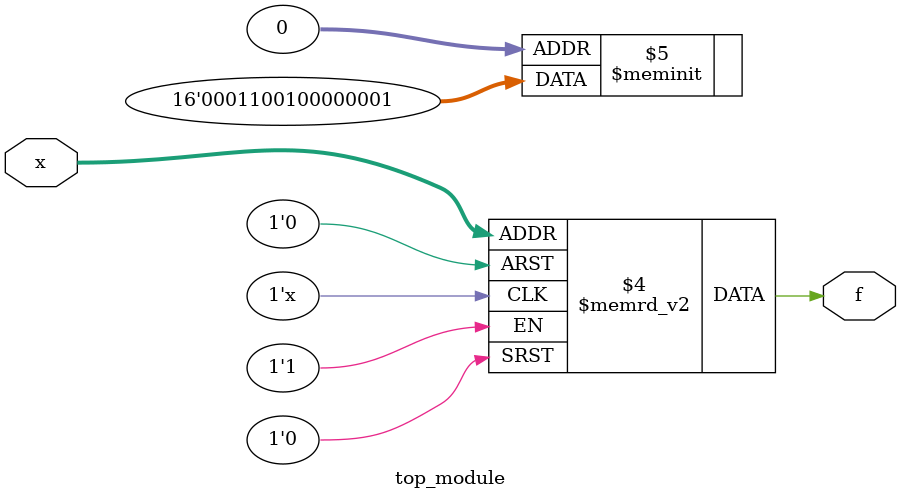
<source format=sv>
module top_module (
    input [4:1] x,
    output logic f
);

always_comb begin
    case (x)
        4'b0000, 4'b1000, 4'b1100, 4'b1011: f = 1'b1;
        4'b0001, 4'b0010, 4'b0011, 4'b0100, 4'b0101, 4'b0110, 4'b0111, 4'b1001, 4'b1010, 4'b1101, 4'b1110, 4'b1111: f = 1'b0;
    endcase
end

endmodule

</source>
